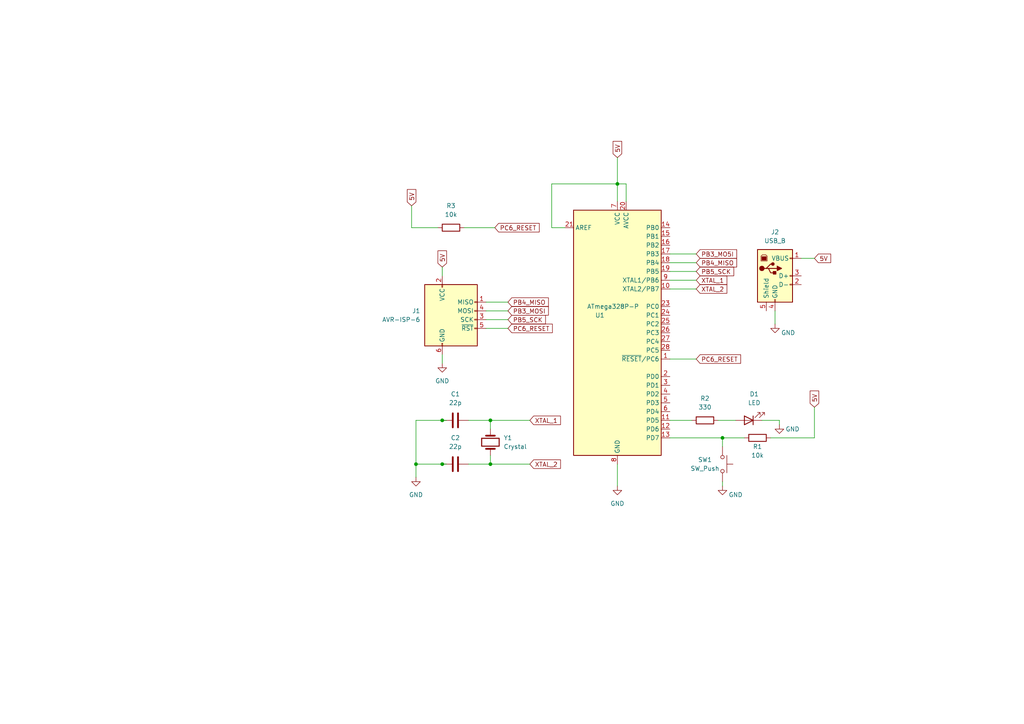
<source format=kicad_sch>
(kicad_sch (version 20230121) (generator eeschema)
  (paper "A4")
  (lib_symbols
    (symbol "Connector:AVR-ISP-6" (pin_names (offset 1.016))
      (property "Reference" "J" (at -6.35 11.43 0))
      (property "Value" "AVR-ISP-6" (at 0 11.43 0))
      (symbol "AVR-ISP-6_0_1"
        (rectangle (start -2.667 -6.858) (end -2.413 -7.62))
        (rectangle (start -2.667 10.16) (end -2.413 9.398))
        (rectangle (start 7.62 -2.413) (end 6.858 -2.667))
        (rectangle (start 7.62 0.127) (end 6.858 -0.127))
        (rectangle (start 7.62 2.667) (end 6.858 2.413))
        (rectangle (start 7.62 5.207) (end 6.858 4.953))
        (rectangle (start 7.62 10.16) (end -7.62 -7.62) (stroke (width 0.254)) (fill (type background)))
      )
      (symbol "AVR-ISP-6_1_1"
        (pin passive line (at 10.16 5.08 180) (length 2.54) (name "MISO") (number "1"))
        (pin passive line (at -2.54 12.7 270) (length 2.54) (name "VCC") (number "2"))
        (pin passive line (at 10.16 0 180) (length 2.54) (name "SCK") (number "3"))
        (pin passive line (at 10.16 2.54 180) (length 2.54) (name "MOSI") (number "4"))
        (pin passive line (at 10.16 -2.54 180) (length 2.54) (name "~{RST}") (number "5"))
        (pin passive line (at -2.54 -10.16 90) (length 2.54) (name "GND") (number "6"))
      )
    )
    (symbol "Connector:USB_B" (pin_names (offset 1.016))
      (property "Reference" "J" (at -5.08 11.43 0))
      (property "Value" "USB_B" (at -5.08 8.89 0))
      (symbol "USB_B_0_1"
        (rectangle (start -5.08 -7.62) (end 5.08 7.62) (stroke (width 0.254)) (fill (type background)))
        (circle (center -3.81 2.159) (radius 0.635) (stroke (width 0.254)) (fill (type outline)))
        (rectangle (start -3.81 5.588) (end -2.54 4.572) (fill (type outline)))
        (circle (center -0.635 3.429) (radius 0.381) (stroke (width 0.254)) (fill (type outline)))
        (rectangle (start -0.127 -7.62) (end 0.127 -6.858))
        (polyline (pts (xy -1.905 2.159) (xy 0.635 2.159)) (stroke (width 0.254)))
        (polyline (pts (xy -3.175 2.159) (xy -2.54 2.159) (xy -1.27 3.429) (xy -0.635 3.429)) (stroke (width 0.254)))
        (polyline (pts (xy -2.54 2.159) (xy -1.905 2.159) (xy -1.27 0.889) (xy 0 0.889)) (stroke (width 0.254)))
        (polyline (pts (xy 0.635 2.794) (xy 0.635 1.524) (xy 1.905 2.159) (xy 0.635 2.794)) (stroke (width 0.254)) (fill (type outline)))
        (polyline (pts (xy -4.064 4.318) (xy -2.286 4.318) (xy -2.286 5.715) (xy -2.667 6.096) (xy -3.683 6.096) (xy -4.064 5.715) (xy -4.064 4.318)))
        (rectangle (start 0.254 1.27) (end -0.508 0.508) (stroke (width 0.254)) (fill (type outline)))
        (rectangle (start 5.08 -2.667) (end 4.318 -2.413))
        (rectangle (start 5.08 -0.127) (end 4.318 0.127))
        (rectangle (start 5.08 4.953) (end 4.318 5.207))
      )
      (symbol "USB_B_1_1"
        (pin power_out line (at 7.62 5.08 180) (length 2.54) (name "VBUS") (number "1"))
        (pin bidirectional line (at 7.62 -2.54 180) (length 2.54) (name "D-") (number "2"))
        (pin bidirectional line (at 7.62 0 180) (length 2.54) (name "D+") (number "3"))
        (pin power_out line (at 0 -10.16 90) (length 2.54) (name "GND") (number "4"))
        (pin passive line (at -2.54 -10.16 90) (length 2.54) (name "Shield") (number "5"))
      )
    )
    (symbol "Device:C" (pin_numbers hide) (pin_names (offset 0.254))
      (property "Reference" "C" (at 0.635 2.54 0))
      (property "Value" "C" (at 0.635 -2.54 0))
      (symbol "C_0_1"
        (polyline (pts (xy -2.032 -0.762) (xy 2.032 -0.762)) (stroke (width 0.508)))
        (polyline (pts (xy -2.032 0.762) (xy 2.032 0.762)) (stroke (width 0.508)))
      )
      (symbol "C_1_1"
        (pin passive line (at 0 3.81 270) (length 2.794) (name "~") (number "1"))
        (pin passive line (at 0 -3.81 90) (length 2.794) (name "~") (number "2"))
      )
    )
    (symbol "Device:Crystal" (pin_numbers hide) (pin_names (offset 1.016) hide)
      (property "Reference" "Y" (at 0 3.81 0))
      (property "Value" "Crystal" (at 0 -3.81 0))
      (symbol "Crystal_0_1"
        (rectangle (start -1.143 2.54) (end 1.143 -2.54) (stroke (width 0.3048)))
        (polyline (pts (xy -2.54 0) (xy -1.905 0)))
        (polyline (pts (xy -1.905 -1.27) (xy -1.905 1.27)) (stroke (width 0.508)))
        (polyline (pts (xy 1.905 -1.27) (xy 1.905 1.27)) (stroke (width 0.508)))
        (polyline (pts (xy 2.54 0) (xy 1.905 0)))
      )
      (symbol "Crystal_1_1"
        (pin passive line (at -3.81 0 0) (length 1.27) (name "1") (number "1"))
        (pin passive line (at 3.81 0 180) (length 1.27) (name "2") (number "2"))
      )
    )
    (symbol "Device:LED" (pin_numbers hide) (pin_names (offset 1.016) hide)
      (property "Reference" "D" (at 0 2.54 0))
      (property "Value" "LED" (at 0 -2.54 0))
      (symbol "LED_0_1"
        (polyline (pts (xy -1.27 -1.27) (xy -1.27 1.27)) (stroke (width 0.254)))
        (polyline (pts (xy -1.27 0) (xy 1.27 0)))
        (polyline (pts (xy 1.27 -1.27) (xy 1.27 1.27) (xy -1.27 0) (xy 1.27 -1.27)) (stroke (width 0.254)))
        (polyline (pts (xy -3.048 -0.762) (xy -4.572 -2.286) (xy -3.81 -2.286) (xy -4.572 -2.286) (xy -4.572 -1.524)))
        (polyline (pts (xy -1.778 -0.762) (xy -3.302 -2.286) (xy -2.54 -2.286) (xy -3.302 -2.286) (xy -3.302 -1.524)))
      )
      (symbol "LED_1_1"
        (pin passive line (at -3.81 0 0) (length 2.54) (name "K") (number "1"))
        (pin passive line (at 3.81 0 180) (length 2.54) (name "A") (number "2"))
      )
    )
    (symbol "Device:R" (pin_numbers hide) (pin_names (offset 0))
      (property "Reference" "R" (at 2.032 0 90))
      (property "Value" "R" (at 0 0 90))
      (symbol "R_0_1"
        (rectangle (start -1.016 -2.54) (end 1.016 2.54) (stroke (width 0.254)))
      )
      (symbol "R_1_1"
        (pin passive line (at 0 3.81 270) (length 1.27) (name "~") (number "1"))
        (pin passive line (at 0 -3.81 90) (length 1.27) (name "~") (number "2"))
      )
    )
    (symbol "MCU_Microchip_ATmega:ATmega328P-P"
      (property "Reference" "U" (at -12.7 36.83 0))
      (property "Value" "ATmega328P-P" (at 2.54 -36.83 0))
      (symbol "ATmega328P-P_0_1"
        (rectangle (start -12.7 -35.56) (end 12.7 35.56) (stroke (width 0.254)) (fill (type background)))
      )
      (symbol "ATmega328P-P_1_1"
        (pin bidirectional line (at 15.24 -7.62 180) (length 2.54) (name "~{RESET}/PC6") (number "1"))
        (pin bidirectional line (at 15.24 12.7 180) (length 2.54) (name "XTAL2/PB7") (number "10"))
        (pin bidirectional line (at 15.24 -25.4 180) (length 2.54) (name "PD5") (number "11"))
        (pin bidirectional line (at 15.24 -27.94 180) (length 2.54) (name "PD6") (number "12"))
        (pin bidirectional line (at 15.24 -30.48 180) (length 2.54) (name "PD7") (number "13"))
        (pin bidirectional line (at 15.24 30.48 180) (length 2.54) (name "PB0") (number "14"))
        (pin bidirectional line (at 15.24 27.94 180) (length 2.54) (name "PB1") (number "15"))
        (pin bidirectional line (at 15.24 25.4 180) (length 2.54) (name "PB2") (number "16"))
        (pin bidirectional line (at 15.24 22.86 180) (length 2.54) (name "PB3") (number "17"))
        (pin bidirectional line (at 15.24 20.32 180) (length 2.54) (name "PB4") (number "18"))
        (pin bidirectional line (at 15.24 17.78 180) (length 2.54) (name "PB5") (number "19"))
        (pin bidirectional line (at 15.24 -12.7 180) (length 2.54) (name "PD0") (number "2"))
        (pin power_in line (at 2.54 38.1 270) (length 2.54) (name "AVCC") (number "20"))
        (pin passive line (at -15.24 30.48 0) (length 2.54) (name "AREF") (number "21"))
        (pin passive line (at 0 -38.1 90) (length 2.54) hide (name "GND") (number "22"))
        (pin bidirectional line (at 15.24 7.62 180) (length 2.54) (name "PC0") (number "23"))
        (pin bidirectional line (at 15.24 5.08 180) (length 2.54) (name "PC1") (number "24"))
        (pin bidirectional line (at 15.24 2.54 180) (length 2.54) (name "PC2") (number "25"))
        (pin bidirectional line (at 15.24 0 180) (length 2.54) (name "PC3") (number "26"))
        (pin bidirectional line (at 15.24 -2.54 180) (length 2.54) (name "PC4") (number "27"))
        (pin bidirectional line (at 15.24 -5.08 180) (length 2.54) (name "PC5") (number "28"))
        (pin bidirectional line (at 15.24 -15.24 180) (length 2.54) (name "PD1") (number "3"))
        (pin bidirectional line (at 15.24 -17.78 180) (length 2.54) (name "PD2") (number "4"))
        (pin bidirectional line (at 15.24 -20.32 180) (length 2.54) (name "PD3") (number "5"))
        (pin bidirectional line (at 15.24 -22.86 180) (length 2.54) (name "PD4") (number "6"))
        (pin power_in line (at 0 38.1 270) (length 2.54) (name "VCC") (number "7"))
        (pin power_in line (at 0 -38.1 90) (length 2.54) (name "GND") (number "8"))
        (pin bidirectional line (at 15.24 15.24 180) (length 2.54) (name "XTAL1/PB6") (number "9"))
      )
    )
    (symbol "Switch:SW_Push" (pin_numbers hide) (pin_names (offset 1.016) hide)
      (property "Reference" "SW" (at 1.27 2.54 0))
      (property "Value" "SW_Push" (at 0 -1.524 0))
      (symbol "SW_Push_0_1"
        (circle (center -2.032 0) (radius 0.508))
        (polyline (pts (xy 0 1.27) (xy 0 3.048)))
        (polyline (pts (xy 2.54 1.27) (xy -2.54 1.27)))
        (circle (center 2.032 0) (radius 0.508))
        (pin passive line (at -5.08 0 0) (length 2.54) (name "1") (number "1"))
        (pin passive line (at 5.08 0 180) (length 2.54) (name "2") (number "2"))
      )
    )
    (symbol "power:GND" (power) (pin_names (offset 0))
      (property "Value" "GND" (at 0 -3.81 0))
      (symbol "GND_0_1"
        (polyline (pts (xy 0 0) (xy 0 -1.27) (xy 1.27 -1.27) (xy 0 -2.54) (xy -1.27 -1.27) (xy 0 -1.27)))
      )
      (symbol "GND_1_1"
        (pin power_in line (at 0 0 270) (length 0) hide (name "GND") (number "1"))
      )
    )
  )
  (junction (at 128.27 121.92))
  (junction (at 209.55 127))
  (junction (at 142.24 134.62))
  (junction (at 120.65 134.62))
  (junction (at 142.24 121.92))
  (junction (at 128.27 134.62))
  (junction (at 179.07 53.34))
  (wire (pts (xy 194.31 121.92) (xy 200.66 121.92)))
  (wire (pts (xy 194.31 83.82) (xy 201.93 83.82)))
  (wire (pts (xy 160.02 66.04) (xy 160.02 53.34)))
  (wire (pts (xy 135.89 134.62) (xy 142.24 134.62)))
  (wire (pts (xy 220.98 121.92) (xy 226.06 121.92)))
  (wire (pts (xy 142.24 121.92) (xy 142.24 124.46)))
  (wire (pts (xy 232.41 74.93) (xy 236.22 74.93)))
  (wire (pts (xy 226.06 121.92) (xy 226.06 123.19)))
  (wire (pts (xy 179.07 45.72) (xy 179.07 53.34)))
  (wire (pts (xy 119.38 59.69) (xy 119.38 66.04)))
  (wire (pts (xy 179.07 134.62) (xy 179.07 140.97)))
  (wire (pts (xy 120.65 134.62) (xy 120.65 138.43)))
  (wire (pts (xy 194.31 78.74) (xy 201.93 78.74)))
  (wire (pts (xy 194.31 81.28) (xy 201.93 81.28)))
  (wire (pts (xy 163.83 66.04) (xy 160.02 66.04)))
  (wire (pts (xy 129.54 134.62) (xy 128.27 134.62)))
  (wire (pts (xy 194.31 73.66) (xy 201.93 73.66)))
  (wire (pts (xy 119.38 66.04) (xy 127 66.04)))
  (wire (pts (xy 135.89 121.92) (xy 142.24 121.92)))
  (wire (pts (xy 209.55 139.7) (xy 209.55 140.97)))
  (wire (pts (xy 160.02 53.34) (xy 179.07 53.34)))
  (wire (pts (xy 209.55 127) (xy 215.9 127)))
  (wire (pts (xy 140.97 87.63) (xy 147.32 87.63)))
  (wire (pts (xy 153.67 134.62) (xy 142.24 134.62)))
  (wire (pts (xy 140.97 90.17) (xy 147.32 90.17)))
  (wire (pts (xy 128.27 134.62) (xy 120.65 134.62)))
  (wire (pts (xy 181.61 58.42) (xy 181.61 53.34)))
  (wire (pts (xy 142.24 134.62) (xy 142.24 132.08)))
  (wire (pts (xy 120.65 121.92) (xy 120.65 134.62)))
  (wire (pts (xy 208.28 121.92) (xy 213.36 121.92)))
  (wire (pts (xy 179.07 53.34) (xy 181.61 53.34)))
  (wire (pts (xy 128.27 77.47) (xy 128.27 80.01)))
  (wire (pts (xy 224.79 90.17) (xy 224.79 93.98)))
  (wire (pts (xy 129.54 121.92) (xy 128.27 121.92)))
  (wire (pts (xy 179.07 53.34) (xy 179.07 58.42)))
  (wire (pts (xy 223.52 127) (xy 236.22 127)))
  (wire (pts (xy 140.97 92.71) (xy 147.32 92.71)))
  (wire (pts (xy 128.27 121.92) (xy 120.65 121.92)))
  (wire (pts (xy 153.67 121.92) (xy 142.24 121.92)))
  (wire (pts (xy 194.31 127) (xy 209.55 127)))
  (wire (pts (xy 194.31 76.2) (xy 201.93 76.2)))
  (wire (pts (xy 209.55 127) (xy 209.55 129.54)))
  (wire (pts (xy 140.97 95.25) (xy 147.32 95.25)))
  (wire (pts (xy 128.27 102.87) (xy 128.27 105.41)))
  (wire (pts (xy 134.62 66.04) (xy 143.51 66.04)))
  (wire (pts (xy 194.31 104.14) (xy 201.93 104.14)))
  (wire (pts (xy 236.22 127) (xy 236.22 118.11)))
  (global_label "PB3_MO5I" (shape input) (at 201.93 73.66 0) (property "Intersheetrefs" "${INTERSHEET_REFS}" (effects hide)))
  (global_label "5V" (shape input) (at 236.22 118.11 90) (property "Intersheetrefs" "${INTERSHEET_REFS}" (effects hide)))
  (global_label "PC6_RESET" (shape input) (at 147.32 95.25 0) (property "Intersheetrefs" "${INTERSHEET_REFS}" (effects hide)))
  (global_label "PC6_RESET" (shape input) (at 201.93 104.14 0) (property "Intersheetrefs" "${INTERSHEET_REFS}" (effects hide)))
  (global_label "PB4_MISO" (shape input) (at 147.32 87.63 0) (property "Intersheetrefs" "${INTERSHEET_REFS}" (effects hide)))
  (global_label "5V" (shape input) (at 128.27 77.47 90) (property "Intersheetrefs" "${INTERSHEET_REFS}" (effects hide)))
  (global_label "XTAL_1" (shape input) (at 201.93 81.28 0) (property "Intersheetrefs" "${INTERSHEET_REFS}" (effects hide)))
  (global_label "PB4_MISO" (shape input) (at 201.93 76.2 0) (property "Intersheetrefs" "${INTERSHEET_REFS}" (effects hide)))
  (global_label "PC6_RESET" (shape input) (at 143.51 66.04 0) (property "Intersheetrefs" "${INTERSHEET_REFS}" (effects hide)))
  (global_label "XTAL_2" (shape input) (at 201.93 83.82 0) (property "Intersheetrefs" "${INTERSHEET_REFS}" (effects hide)))
  (global_label "XTAL_1" (shape input) (at 153.67 121.92 0) (property "Intersheetrefs" "${INTERSHEET_REFS}" (effects hide)))
  (global_label "5V" (shape input) (at 179.07 45.72 90) (property "Intersheetrefs" "${INTERSHEET_REFS}" (effects hide)))
  (global_label "PB5_SCK" (shape input) (at 147.32 92.71 0) (property "Intersheetrefs" "${INTERSHEET_REFS}" (effects hide)))
  (global_label "PB5_SCK" (shape input) (at 201.93 78.74 0) (property "Intersheetrefs" "${INTERSHEET_REFS}" (effects hide)))
  (global_label "5V" (shape input) (at 119.38 59.69 90) (property "Intersheetrefs" "${INTERSHEET_REFS}" (effects hide)))
  (global_label "PB3_MOSI" (shape input) (at 147.32 90.17 0) (property "Intersheetrefs" "${INTERSHEET_REFS}" (effects hide)))
  (global_label "XTAL_2" (shape input) (at 153.67 134.62 0) (property "Intersheetrefs" "${INTERSHEET_REFS}" (effects hide)))
  (global_label "5V" (shape input) (at 236.22 74.93 0) (property "Intersheetrefs" "${INTERSHEET_REFS}" (effects hide)))
  (symbol (lib_id "Device:LED") (at 217.17 121.92 180) (unit 1)
    (property "Reference" "D1" (at 218.7575 114.3 0))
    (property "Value" "LED" (at 218.7575 116.84 0))
    (property "Footprint" "LED_THT:LED_D3.0mm" (effects hide))
  )
  (symbol (lib_id "power:GND") (at 179.07 140.97 0) (unit 1)
    (property "Reference" "#PWR02" (effects hide))
    (property "Value" "GND" (at 179.07 146.05 0))
  )
  (symbol (lib_id "Device:R") (at 204.47 121.92 270) (unit 1)
    (property "Reference" "R2" (at 204.47 115.57 90))
    (property "Value" "330" (at 204.47 118.11 90))
    (property "Footprint" "Resistor_THT:R_Axial_DIN0204_L3.6mm_D1.6mm_P7.62mm_Horizontal" (effects hide))
  )
  (symbol (lib_id "power:GND") (at 128.27 105.41 0) (unit 1)
    (property "Reference" "#PWR03" (effects hide))
    (property "Value" "GND" (at 128.27 110.49 0))
  )
  (symbol (lib_id "MCU_Microchip_ATmega:ATmega328P-P") (at 179.07 96.52 0) (unit 1)
    (property "Reference" "U1" (at 173.99 91.44 0))
    (property "Value" "ATmega328P-P" (at 177.8 88.9 0))
    (property "Footprint" "Package_DIP:DIP-28_W7.62mm" (effects hide))
    (property "Datasheet" "http://ww1.microchip.com/downloads/en/DeviceDoc/ATmega328_P%20AVR%20MCU%20with%20picoPower%20Technology%20Data%20Sheet%2040001984A.pdf" (effects hide))
  )
  (symbol (lib_id "Connector:USB_B") (at 224.79 80.01 0) (unit 1)
    (property "Reference" "J2" (at 224.79 67.31 0))
    (property "Value" "USB_B" (at 224.79 69.85 0))
    (property "Footprint" "Connector_USB:USB_B_OST_USB-B1HSxx_Horizontal" (effects hide))
    (property "Datasheet" " ~" (effects hide))
  )
  (symbol (lib_id "power:GND") (at 224.79 93.98 0) (unit 1)
    (property "Reference" "#PWR010" (effects hide))
    (property "Value" "GND" (at 228.6 96.52 0))
  )
  (symbol (lib_id "Device:R") (at 130.81 66.04 270) (unit 1)
    (property "Reference" "R3" (at 130.81 59.69 90))
    (property "Value" "10k" (at 130.81 62.23 90))
    (property "Footprint" "Resistor_THT:R_Axial_DIN0204_L3.6mm_D1.6mm_P7.62mm_Horizontal" (effects hide))
  )
  (symbol (lib_id "power:GND") (at 226.06 123.19 0) (unit 1)
    (property "Reference" "#PWR09" (effects hide))
    (property "Value" "GND" (at 229.87 124.46 0))
  )
  (symbol (lib_id "Switch:SW_Push") (at 209.55 134.62 270) (unit 1)
    (property "Reference" "SW1" (at 204.47 133.35 90))
    (property "Value" "SW_Push" (at 204.47 135.89 90))
    (property "Footprint" "Button_Switch_THT:SW_PUSH_1P1T_6x3.5mm_H4.3_APEM_MJTP1243" (effects hide))
  )
  (symbol (lib_id "Device:C") (at 132.08 121.92 270) (unit 1)
    (property "Reference" "C1" (at 132.08 114.3 90))
    (property "Value" "22p" (at 132.08 116.84 90))
    (property "Footprint" "Capacitor_THT:CP_Radial_D4.0mm_P2.00mm" (effects hide))
  )
  (symbol (lib_id "Device:C") (at 132.08 134.62 270) (unit 1)
    (property "Reference" "C2" (at 132.08 127 90))
    (property "Value" "22p" (at 132.08 129.54 90))
    (property "Footprint" "Capacitor_THT:CP_Radial_D4.0mm_P2.00mm" (effects hide))
  )
  (symbol (lib_id "power:GND") (at 209.55 140.97 0) (unit 1)
    (property "Reference" "#PWR07" (effects hide))
    (property "Value" "GND" (at 213.36 143.51 0))
  )
  (symbol (lib_id "Device:R") (at 219.71 127 270) (unit 1)
    (property "Reference" "R1" (at 219.71 129.54 90))
    (property "Value" "10k" (at 219.71 132.08 90))
    (property "Footprint" "Resistor_THT:R_Axial_DIN0204_L3.6mm_D1.6mm_P7.62mm_Horizontal" (effects hide))
  )
  (symbol (lib_id "Connector:AVR-ISP-6") (at 130.81 92.71 0) (unit 1)
    (property "Reference" "J1" (at 121.92 90.17 0) (effects (justify right)))
    (property "Value" "AVR-ISP-6" (at 121.92 92.71 0) (effects (justify right)))
    (property "Footprint" "Connector_PinHeader_1.27mm:PinHeader_2x03_P1.27mm_Vertical" (effects hide))
    (property "Datasheet" " ~" (effects hide))
  )
  (symbol (lib_id "power:GND") (at 120.65 138.43 0) (unit 1)
    (property "Reference" "#PWR06" (effects hide))
    (property "Value" "GND" (at 120.65 143.51 0))
  )
  (symbol (lib_id "Device:Crystal") (at 142.24 128.27 270) (unit 1)
    (property "Reference" "Y1" (at 146.05 127 90) (effects (justify left)))
    (property "Value" "Crystal" (at 146.05 129.54 90) (effects (justify left)))
    (property "Footprint" "Crystal:Crystal_HC18-U_Vertical" (effects hide))
  )
)
</source>
